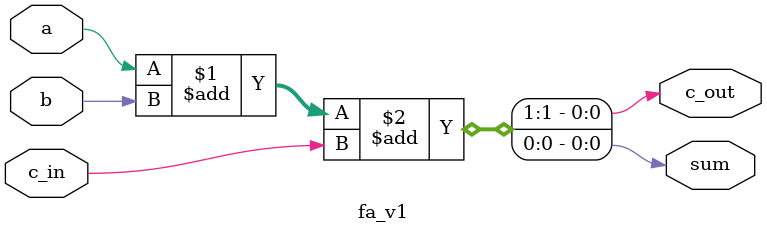
<source format=v>
module fa_v1(output wire c_out, sum, input wire a, b, c_in);

assign {c_out, sum} = a + b + c_in;

endmodule
</source>
